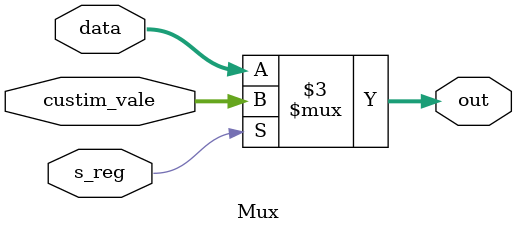
<source format=sv>
`timescale 1ns / 1ps


module Mux#(parameter n =4)(
    input logic  [n-1:0]custim_vale,
    input logic  [n-1:0]data,  // alu output 
    input logic s_reg,
    output logic [n-1:0]out 
    );
    
 
always @(custim_vale,data ,s_reg) begin 
       if(s_reg)
       out =  custim_vale;
       else 
       out =data;    
    end 
endmodule

</source>
